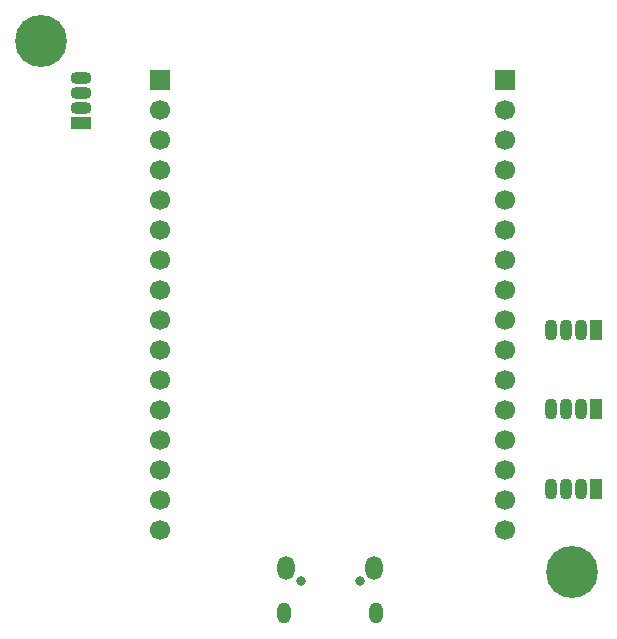
<source format=gbr>
%TF.GenerationSoftware,KiCad,Pcbnew,9.0.2*%
%TF.CreationDate,2025-10-01T22:28:33+03:00*%
%TF.ProjectId,customESP32board,63757374-6f6d-4455-9350-3332626f6172,rev?*%
%TF.SameCoordinates,Original*%
%TF.FileFunction,Soldermask,Bot*%
%TF.FilePolarity,Negative*%
%FSLAX46Y46*%
G04 Gerber Fmt 4.6, Leading zero omitted, Abs format (unit mm)*
G04 Created by KiCad (PCBNEW 9.0.2) date 2025-10-01 22:28:33*
%MOMM*%
%LPD*%
G01*
G04 APERTURE LIST*
%ADD10R,1.800000X1.070000*%
%ADD11O,1.800000X1.070000*%
%ADD12R,1.070000X1.800000*%
%ADD13O,1.070000X1.800000*%
%ADD14R,1.700000X1.700000*%
%ADD15C,1.700000*%
%ADD16C,0.700000*%
%ADD17C,4.400000*%
%ADD18O,0.800000X0.800000*%
%ADD19O,1.150000X1.800000*%
%ADD20O,1.450000X2.000000*%
G04 APERTURE END LIST*
D10*
%TO.C,D11*%
X112900000Y-85470000D03*
D11*
X112900000Y-84200000D03*
X112900000Y-82930000D03*
X112900000Y-81660000D03*
%TD*%
D12*
%TO.C,D7*%
X156500000Y-109700000D03*
D13*
X155230000Y-109700000D03*
X153960000Y-109700000D03*
X152690000Y-109700000D03*
%TD*%
D12*
%TO.C,D8*%
X156500000Y-116400000D03*
D13*
X155230000Y-116400000D03*
X153960000Y-116400000D03*
X152690000Y-116400000D03*
%TD*%
D14*
%TO.C,J3*%
X148800000Y-81800000D03*
D15*
X148800000Y-84340000D03*
X148800000Y-86880000D03*
X148800000Y-89420000D03*
X148800000Y-91960000D03*
X148800000Y-94500000D03*
X148800000Y-97040000D03*
X148800000Y-99580000D03*
X148800000Y-102120000D03*
X148800000Y-104660000D03*
X148800000Y-107200000D03*
X148800000Y-109740000D03*
X148800000Y-112280000D03*
X148800000Y-114820000D03*
X148800000Y-117360000D03*
X148800000Y-119900000D03*
%TD*%
D12*
%TO.C,D6*%
X156500000Y-103000000D03*
D13*
X155230000Y-103000000D03*
X153960000Y-103000000D03*
X152690000Y-103000000D03*
%TD*%
D16*
%TO.C,H1*%
X107850000Y-78500000D03*
X108333274Y-77333274D03*
X108333274Y-79666726D03*
X109500000Y-76850000D03*
D17*
X109500000Y-78500000D03*
D16*
X109500000Y-80150000D03*
X110666726Y-77333274D03*
X110666726Y-79666726D03*
X111150000Y-78500000D03*
%TD*%
D14*
%TO.C,J2*%
X119600000Y-81800000D03*
D15*
X119600000Y-84340000D03*
X119600000Y-86880000D03*
X119600000Y-89420000D03*
X119600000Y-91960000D03*
X119600000Y-94500000D03*
X119600000Y-97040000D03*
X119600000Y-99580000D03*
X119600000Y-102120000D03*
X119600000Y-104660000D03*
X119600000Y-107200000D03*
X119600000Y-109740000D03*
X119600000Y-112280000D03*
X119600000Y-114820000D03*
X119600000Y-117360000D03*
X119600000Y-119900000D03*
%TD*%
D18*
%TO.C,J1*%
X131500000Y-124200000D03*
X136500000Y-124200000D03*
D19*
X130125000Y-126950000D03*
D20*
X130275000Y-123150000D03*
X137725000Y-123150000D03*
D19*
X137875000Y-126950000D03*
%TD*%
D16*
%TO.C,H2*%
X152850000Y-123500000D03*
X153333274Y-122333274D03*
X153333274Y-124666726D03*
X154500000Y-121850000D03*
D17*
X154500000Y-123500000D03*
D16*
X154500000Y-125150000D03*
X155666726Y-122333274D03*
X155666726Y-124666726D03*
X156150000Y-123500000D03*
%TD*%
M02*

</source>
